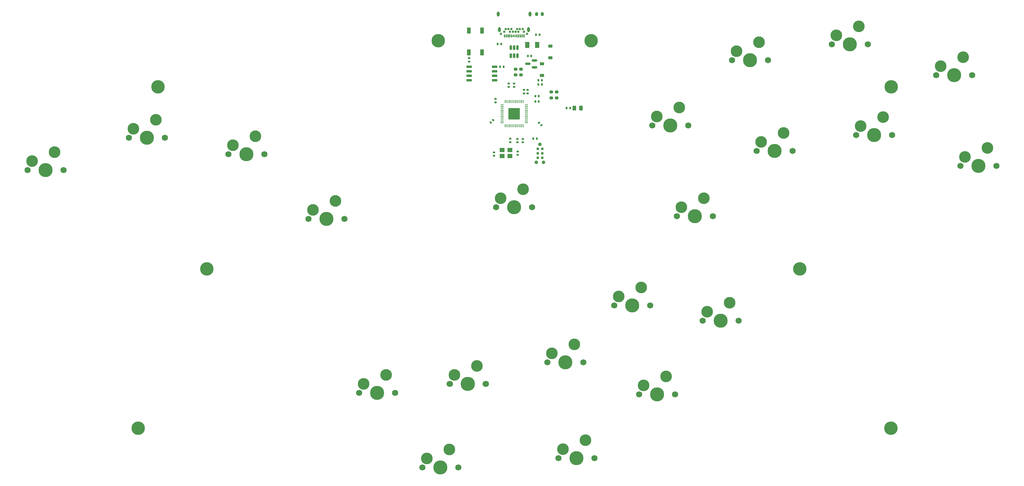
<source format=gts>
G04 #@! TF.GenerationSoftware,KiCad,Pcbnew,(7.0.0)*
G04 #@! TF.CreationDate,2023-07-02T10:43:30-07:00*
G04 #@! TF.ProjectId,OpenOblong,4f70656e-4f62-46c6-9f6e-672e6b696361,rev?*
G04 #@! TF.SameCoordinates,Original*
G04 #@! TF.FileFunction,Soldermask,Top*
G04 #@! TF.FilePolarity,Negative*
%FSLAX46Y46*%
G04 Gerber Fmt 4.6, Leading zero omitted, Abs format (unit mm)*
G04 Created by KiCad (PCBNEW (7.0.0)) date 2023-07-02 10:43:30*
%MOMM*%
%LPD*%
G01*
G04 APERTURE LIST*
G04 Aperture macros list*
%AMRoundRect*
0 Rectangle with rounded corners*
0 $1 Rounding radius*
0 $2 $3 $4 $5 $6 $7 $8 $9 X,Y pos of 4 corners*
0 Add a 4 corners polygon primitive as box body*
4,1,4,$2,$3,$4,$5,$6,$7,$8,$9,$2,$3,0*
0 Add four circle primitives for the rounded corners*
1,1,$1+$1,$2,$3*
1,1,$1+$1,$4,$5*
1,1,$1+$1,$6,$7*
1,1,$1+$1,$8,$9*
0 Add four rect primitives between the rounded corners*
20,1,$1+$1,$2,$3,$4,$5,0*
20,1,$1+$1,$4,$5,$6,$7,0*
20,1,$1+$1,$6,$7,$8,$9,0*
20,1,$1+$1,$8,$9,$2,$3,0*%
G04 Aperture macros list end*
%ADD10C,3.800000*%
%ADD11C,1.750000*%
%ADD12C,3.987800*%
%ADD13R,1.100000X1.800000*%
%ADD14RoundRect,0.140000X0.170000X-0.140000X0.170000X0.140000X-0.170000X0.140000X-0.170000X-0.140000X0*%
%ADD15RoundRect,0.200000X-0.275000X0.200000X-0.275000X-0.200000X0.275000X-0.200000X0.275000X0.200000X0*%
%ADD16RoundRect,0.150000X0.587500X0.150000X-0.587500X0.150000X-0.587500X-0.150000X0.587500X-0.150000X0*%
%ADD17RoundRect,0.140000X0.140000X0.170000X-0.140000X0.170000X-0.140000X-0.170000X0.140000X-0.170000X0*%
%ADD18RoundRect,0.200000X0.275000X-0.200000X0.275000X0.200000X-0.275000X0.200000X-0.275000X-0.200000X0*%
%ADD19RoundRect,0.135000X-0.135000X-0.185000X0.135000X-0.185000X0.135000X0.185000X-0.135000X0.185000X0*%
%ADD20RoundRect,0.140000X-0.219203X-0.021213X-0.021213X-0.219203X0.219203X0.021213X0.021213X0.219203X0*%
%ADD21RoundRect,0.135000X0.135000X0.185000X-0.135000X0.185000X-0.135000X-0.185000X0.135000X-0.185000X0*%
%ADD22R,1.400000X1.200000*%
%ADD23RoundRect,0.140000X-0.021213X0.219203X-0.219203X0.021213X0.021213X-0.219203X0.219203X-0.021213X0*%
%ADD24RoundRect,0.250000X-0.375000X-0.625000X0.375000X-0.625000X0.375000X0.625000X-0.375000X0.625000X0*%
%ADD25RoundRect,0.225000X0.375000X-0.225000X0.375000X0.225000X-0.375000X0.225000X-0.375000X-0.225000X0*%
%ADD26RoundRect,0.200000X0.200000X0.275000X-0.200000X0.275000X-0.200000X-0.275000X0.200000X-0.275000X0*%
%ADD27RoundRect,0.140000X-0.140000X-0.170000X0.140000X-0.170000X0.140000X0.170000X-0.140000X0.170000X0*%
%ADD28RoundRect,0.243750X0.243750X0.456250X-0.243750X0.456250X-0.243750X-0.456250X0.243750X-0.456250X0*%
%ADD29RoundRect,0.135000X0.185000X-0.135000X0.185000X0.135000X-0.185000X0.135000X-0.185000X-0.135000X0*%
%ADD30RoundRect,0.140000X-0.170000X0.140000X-0.170000X-0.140000X0.170000X-0.140000X0.170000X0.140000X0*%
%ADD31RoundRect,0.135000X-0.185000X0.135000X-0.185000X-0.135000X0.185000X-0.135000X0.185000X0.135000X0*%
%ADD32C,0.990600*%
%ADD33C,0.787400*%
%ADD34RoundRect,0.050000X-0.387500X-0.050000X0.387500X-0.050000X0.387500X0.050000X-0.387500X0.050000X0*%
%ADD35RoundRect,0.050000X-0.050000X-0.387500X0.050000X-0.387500X0.050000X0.387500X-0.050000X0.387500X0*%
%ADD36RoundRect,0.144000X-1.456000X-1.456000X1.456000X-1.456000X1.456000X1.456000X-1.456000X1.456000X0*%
%ADD37RoundRect,0.150000X-0.150000X0.512500X-0.150000X-0.512500X0.150000X-0.512500X0.150000X0.512500X0*%
%ADD38C,0.650000*%
%ADD39R,0.300000X0.900000*%
%ADD40R,0.300000X0.700000*%
%ADD41O,0.800000X1.400000*%
%ADD42RoundRect,0.150000X-0.650000X-0.150000X0.650000X-0.150000X0.650000X0.150000X-0.650000X0.150000X0*%
%ADD43C,3.300000*%
G04 APERTURE END LIST*
D10*
X279275000Y-98760000D03*
X305060000Y-47313383D03*
D11*
X327915568Y-44011907D03*
D12*
X322835568Y-44011907D03*
D11*
X317755568Y-44011907D03*
X254662967Y-83893373D03*
D12*
X249582967Y-83893373D03*
D11*
X244502967Y-83893373D03*
X305331667Y-60978545D03*
D12*
X300251667Y-60978545D03*
D11*
X295171667Y-60978545D03*
X261955123Y-113477547D03*
D12*
X256875123Y-113477547D03*
D11*
X251795123Y-113477547D03*
D13*
X189459999Y-31399999D03*
X189459999Y-37599999D03*
X185759999Y-31399999D03*
X185759999Y-37599999D03*
D10*
X111765000Y-98760000D03*
D14*
X193344750Y-51676018D03*
X193344750Y-50716018D03*
D15*
X209030000Y-48780000D03*
X209030000Y-50430000D03*
D11*
X128009442Y-66373538D03*
D12*
X122929442Y-66373538D03*
D11*
X117849442Y-66373538D03*
X182791303Y-154907386D03*
D12*
X177711303Y-154907386D03*
D11*
X172631303Y-154907386D03*
X71275977Y-70872122D03*
D12*
X66195977Y-70872122D03*
D11*
X61115977Y-70872122D03*
X298435673Y-35309333D03*
D12*
X293355673Y-35309333D03*
D11*
X288275673Y-35309333D03*
D16*
X204290000Y-41770000D03*
X204290000Y-39870000D03*
X202415000Y-40820000D03*
D17*
X203380000Y-38580000D03*
X202420000Y-38580000D03*
D18*
X210570000Y-50425000D03*
X210570000Y-48775000D03*
D19*
X213350000Y-53360000D03*
X214370000Y-53360000D03*
D11*
X277172853Y-65443729D03*
D12*
X272092853Y-65443729D03*
D11*
X267012853Y-65443729D03*
X218156182Y-125213438D03*
D12*
X213076182Y-125213438D03*
D11*
X207996182Y-125213438D03*
D20*
X205546589Y-57476482D03*
X206225411Y-58155304D03*
D21*
X194940000Y-35230000D03*
X193920000Y-35230000D03*
D10*
X92395000Y-143800000D03*
D11*
X190553308Y-131265902D03*
D12*
X185473308Y-131265902D03*
D11*
X180393308Y-131265902D03*
D22*
X197393999Y-65189249D03*
X195193999Y-65189249D03*
X195193999Y-66889249D03*
X197393999Y-66889249D03*
D23*
X192668161Y-56698607D03*
X191989339Y-57377429D03*
D11*
X203658500Y-81326866D03*
D12*
X198578500Y-81326866D03*
D11*
X193498500Y-81326866D03*
D14*
X199567750Y-66535018D03*
X199567750Y-65575018D03*
D24*
X202310000Y-35460000D03*
X205110000Y-35460000D03*
D25*
X208830000Y-39130000D03*
X208830000Y-35830000D03*
D26*
X206520000Y-26720000D03*
X204870000Y-26720000D03*
D17*
X206400000Y-45425000D03*
X205440000Y-45425000D03*
D27*
X205440000Y-46625000D03*
X206400000Y-46625000D03*
D28*
X217425000Y-53350000D03*
X215550000Y-53350000D03*
D14*
X201345750Y-49136018D03*
X201345750Y-48176018D03*
D29*
X197437000Y-62993250D03*
X197437000Y-61973250D03*
D30*
X200993000Y-62003250D03*
X200993000Y-62963250D03*
D27*
X204577000Y-49910250D03*
X205537000Y-49910250D03*
D11*
X247767232Y-58225127D03*
D12*
X242687232Y-58225127D03*
D11*
X237607232Y-58225127D03*
D14*
X202361750Y-49136018D03*
X202361750Y-48176018D03*
D27*
X194620000Y-41640000D03*
X195580000Y-41640000D03*
D30*
X192865000Y-65829018D03*
X192865000Y-66789018D03*
D11*
X236988565Y-109108960D03*
D12*
X231908565Y-109108960D03*
D11*
X226828565Y-109108960D03*
X164957695Y-133803616D03*
D12*
X159877695Y-133803616D03*
D11*
X154797695Y-133803616D03*
D15*
X200540000Y-42315000D03*
X200540000Y-43965000D03*
D11*
X150631535Y-84613063D03*
D12*
X145551535Y-84613063D03*
D11*
X140471535Y-84613063D03*
D31*
X185850000Y-39210000D03*
X185850000Y-40230000D03*
D10*
X98000000Y-47313383D03*
D11*
X270276859Y-39774517D03*
D12*
X265196859Y-39774517D03*
D11*
X260116859Y-39774517D03*
X99914109Y-61667579D03*
D12*
X94834109Y-61667579D03*
D11*
X89754109Y-61667579D03*
D15*
X199010000Y-42315000D03*
X199010000Y-43965000D03*
D14*
X198580000Y-47342250D03*
X198580000Y-46382250D03*
D32*
X205850000Y-63580000D03*
X206866000Y-68660000D03*
X204834000Y-68660000D03*
D33*
X205215000Y-64850000D03*
X206485000Y-64850000D03*
X205215000Y-66120000D03*
X206485000Y-66120000D03*
X205215000Y-67390000D03*
X206485000Y-67390000D03*
D25*
X206450000Y-44060000D03*
X206450000Y-40760000D03*
D10*
X304995000Y-143800000D03*
D30*
X199469000Y-62003250D03*
X199469000Y-62963250D03*
D11*
X221227454Y-152335835D03*
D12*
X216147454Y-152335835D03*
D11*
X211067454Y-152335835D03*
D34*
X195142500Y-52295000D03*
X195142500Y-52695000D03*
X195142500Y-53095000D03*
X195142500Y-53495000D03*
X195142500Y-53895000D03*
X195142500Y-54295000D03*
X195142500Y-54695000D03*
X195142500Y-55095000D03*
X195142500Y-55495000D03*
X195142500Y-55895000D03*
X195142500Y-56295000D03*
X195142500Y-56695000D03*
X195142500Y-57095000D03*
X195142500Y-57495000D03*
D35*
X195980000Y-58332500D03*
X196380000Y-58332500D03*
X196780000Y-58332500D03*
X197180000Y-58332500D03*
X197580000Y-58332500D03*
X197980000Y-58332500D03*
X198380000Y-58332500D03*
X198780000Y-58332500D03*
X199180000Y-58332500D03*
X199580000Y-58332500D03*
X199980000Y-58332500D03*
X200380000Y-58332500D03*
X200780000Y-58332500D03*
X201180000Y-58332500D03*
D34*
X202017500Y-57495000D03*
X202017500Y-57095000D03*
X202017500Y-56695000D03*
X202017500Y-56295000D03*
X202017500Y-55895000D03*
X202017500Y-55495000D03*
X202017500Y-55095000D03*
X202017500Y-54695000D03*
X202017500Y-54295000D03*
X202017500Y-53895000D03*
X202017500Y-53495000D03*
X202017500Y-53095000D03*
X202017500Y-52695000D03*
X202017500Y-52295000D03*
D35*
X201180000Y-51457500D03*
X200780000Y-51457500D03*
X200380000Y-51457500D03*
X199980000Y-51457500D03*
X199580000Y-51457500D03*
X199180000Y-51457500D03*
X198780000Y-51457500D03*
X198380000Y-51457500D03*
X197980000Y-51457500D03*
X197580000Y-51457500D03*
X197180000Y-51457500D03*
X196780000Y-51457500D03*
X196380000Y-51457500D03*
X195980000Y-51457500D03*
D36*
X198580000Y-54895000D03*
D14*
X197056000Y-47342250D03*
X197056000Y-46382250D03*
D11*
X244059837Y-134231357D03*
D12*
X238979837Y-134231357D03*
D11*
X233899837Y-134231357D03*
D10*
X220290000Y-34240000D03*
X177100000Y-34240000D03*
D11*
X334811562Y-69681119D03*
D12*
X329731562Y-69681119D03*
D11*
X324651562Y-69681119D03*
D21*
X205010000Y-61930000D03*
X203990000Y-61930000D03*
D37*
X199530000Y-36212500D03*
X198580000Y-36212500D03*
X197630000Y-36212500D03*
X197630000Y-38487500D03*
X198580000Y-38487500D03*
X199530000Y-38487500D03*
D27*
X204577000Y-51434250D03*
X205537000Y-51434250D03*
D19*
X204750000Y-32570000D03*
X205770000Y-32570000D03*
D38*
X202178500Y-32360000D03*
X194828500Y-32360000D03*
D39*
X201328499Y-32919999D03*
X200828499Y-32919999D03*
X200328499Y-32919999D03*
X199828499Y-32919999D03*
X199328499Y-32919999D03*
D40*
X198828499Y-32919999D03*
X198328499Y-32919999D03*
D39*
X197828499Y-32919999D03*
X197328499Y-32919999D03*
X196828499Y-32919999D03*
X196328499Y-32919999D03*
X195828499Y-32919999D03*
D38*
X195778500Y-31710000D03*
X196178500Y-31010000D03*
X196978500Y-31010000D03*
X197378500Y-31710000D03*
X197778500Y-31010000D03*
X198178500Y-31710000D03*
X198978500Y-31710000D03*
X199378500Y-31010000D03*
X199778500Y-31710000D03*
X200178500Y-31010000D03*
X200978500Y-31010000D03*
X201378500Y-31710000D03*
D41*
X203068499Y-26719999D03*
X202633499Y-31109999D03*
X194373499Y-31109999D03*
X194088499Y-26719999D03*
D42*
X185850000Y-41645000D03*
X185850000Y-42915000D03*
X185850000Y-44185000D03*
X185850000Y-45455000D03*
X193050000Y-45455000D03*
X193050000Y-44185000D03*
X193050000Y-42915000D03*
X193050000Y-41645000D03*
D11*
X71275977Y-70872122D03*
D12*
X66195977Y-70872122D03*
D11*
X61115977Y-70872122D03*
D43*
X62385977Y-68332122D03*
X68735977Y-65792122D03*
D11*
X247767232Y-58225127D03*
D12*
X242687232Y-58225127D03*
D11*
X237607232Y-58225127D03*
D43*
X238877232Y-55685127D03*
X245227232Y-53145127D03*
D11*
X254662967Y-83893373D03*
D12*
X249582967Y-83893373D03*
D11*
X244502967Y-83893373D03*
D43*
X245772967Y-81353373D03*
X252122967Y-78813373D03*
D11*
X203658500Y-81326866D03*
D12*
X198578500Y-81326866D03*
D11*
X193498500Y-81326866D03*
D43*
X194768500Y-78786866D03*
X201118500Y-76246866D03*
D11*
X218156182Y-125213438D03*
D12*
X213076182Y-125213438D03*
D11*
X207996182Y-125213438D03*
D43*
X209266182Y-122673438D03*
X215616182Y-120133438D03*
D11*
X99914109Y-61667579D03*
D12*
X94834109Y-61667579D03*
D11*
X89754109Y-61667579D03*
D43*
X91024109Y-59127579D03*
X97374109Y-56587579D03*
D11*
X261955123Y-113477547D03*
D12*
X256875123Y-113477547D03*
D11*
X251795123Y-113477547D03*
D43*
X253065123Y-110937547D03*
X259415123Y-108397547D03*
D11*
X150631535Y-84613063D03*
D12*
X145551535Y-84613063D03*
D11*
X140471535Y-84613063D03*
D43*
X141741535Y-82073063D03*
X148091535Y-79533063D03*
D11*
X270276859Y-39774517D03*
D12*
X265196859Y-39774517D03*
D11*
X260116859Y-39774517D03*
D43*
X261386859Y-37234517D03*
X267736859Y-34694517D03*
D11*
X128009442Y-66373538D03*
D12*
X122929442Y-66373538D03*
D11*
X117849442Y-66373538D03*
D43*
X119119442Y-63833538D03*
X125469442Y-61293538D03*
D11*
X221227454Y-152335835D03*
D12*
X216147454Y-152335835D03*
D11*
X211067454Y-152335835D03*
D43*
X212337454Y-149795835D03*
X218687454Y-147255835D03*
D11*
X182791303Y-154907386D03*
D12*
X177711303Y-154907386D03*
D11*
X172631303Y-154907386D03*
D43*
X173901303Y-152367386D03*
X180251303Y-149827386D03*
D11*
X164957695Y-133803616D03*
D12*
X159877695Y-133803616D03*
D11*
X154797695Y-133803616D03*
D43*
X156067695Y-131263616D03*
X162417695Y-128723616D03*
D11*
X305331667Y-60978545D03*
D12*
X300251667Y-60978545D03*
D11*
X295171667Y-60978545D03*
D43*
X296441667Y-58438545D03*
X302791667Y-55898545D03*
D11*
X327915568Y-44011907D03*
D12*
X322835568Y-44011907D03*
D11*
X317755568Y-44011907D03*
D43*
X319025568Y-41471907D03*
X325375568Y-38931907D03*
D11*
X244059837Y-134231357D03*
D12*
X238979837Y-134231357D03*
D11*
X233899837Y-134231357D03*
D43*
X235169837Y-131691357D03*
X241519837Y-129151357D03*
D11*
X277172853Y-65443729D03*
D12*
X272092853Y-65443729D03*
D11*
X267012853Y-65443729D03*
D43*
X268282853Y-62903729D03*
X274632853Y-60363729D03*
D11*
X334811562Y-69681119D03*
D12*
X329731562Y-69681119D03*
D11*
X324651562Y-69681119D03*
D43*
X325921562Y-67141119D03*
X332271562Y-64601119D03*
D11*
X298435673Y-35309333D03*
D12*
X293355673Y-35309333D03*
D11*
X288275673Y-35309333D03*
D43*
X289545673Y-32769333D03*
X295895673Y-30229333D03*
D11*
X190558441Y-131263600D03*
D12*
X185478441Y-131263600D03*
D11*
X180398441Y-131263600D03*
D43*
X181668441Y-128723600D03*
X188018441Y-126183600D03*
D11*
X236988565Y-109108960D03*
D12*
X231908565Y-109108960D03*
D11*
X226828565Y-109108960D03*
D43*
X228098565Y-106568960D03*
X234448565Y-104028960D03*
M02*

</source>
